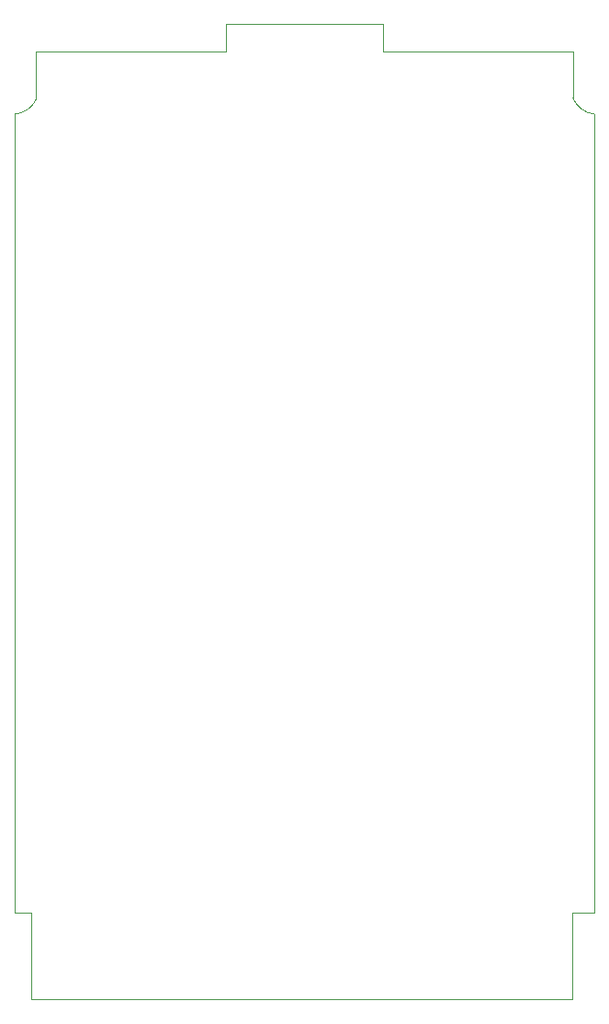
<source format=gbr>
%TF.GenerationSoftware,KiCad,Pcbnew,(6.0.2)*%
%TF.CreationDate,2022-10-22T13:12:19-05:00*%
%TF.ProjectId,REF1395A Optimized,52454631-3339-4354-9120-4f7074696d69,rev?*%
%TF.SameCoordinates,Original*%
%TF.FileFunction,Profile,NP*%
%FSLAX46Y46*%
G04 Gerber Fmt 4.6, Leading zero omitted, Abs format (unit mm)*
G04 Created by KiCad (PCBNEW (6.0.2)) date 2022-10-22 13:12:19*
%MOMM*%
%LPD*%
G01*
G04 APERTURE LIST*
%TA.AperFunction,Profile*%
%ADD10C,0.002000*%
%TD*%
G04 APERTURE END LIST*
D10*
X171425200Y-134784200D02*
X173475200Y-134785200D01*
X171477000Y-55533200D02*
X171477000Y-59800000D01*
X139505200Y-53034200D02*
X139505200Y-55534200D01*
X171477000Y-59800000D02*
G75*
G03*
X173475200Y-61284200I2161723J823157D01*
G01*
X171425200Y-142784200D02*
X121515200Y-142784200D01*
X121515200Y-134784200D02*
X120005200Y-134784200D01*
X139505200Y-55534200D02*
X122005200Y-55534200D01*
X121515200Y-142784200D02*
X121515200Y-134784200D01*
X171425200Y-142784200D02*
X171425200Y-134784200D01*
X173475200Y-61284200D02*
X173475200Y-134785200D01*
X122005200Y-55534200D02*
X122005200Y-59921200D01*
X120005200Y-134784200D02*
X120005200Y-61284200D01*
X153975200Y-55534200D02*
X153975200Y-53034200D01*
X171477000Y-55533200D02*
X153975200Y-55534200D01*
X139505200Y-53034200D02*
X153975200Y-53034200D01*
X120005200Y-61284200D02*
G75*
G03*
X122005200Y-59921200I-94875J2288067D01*
G01*
M02*

</source>
